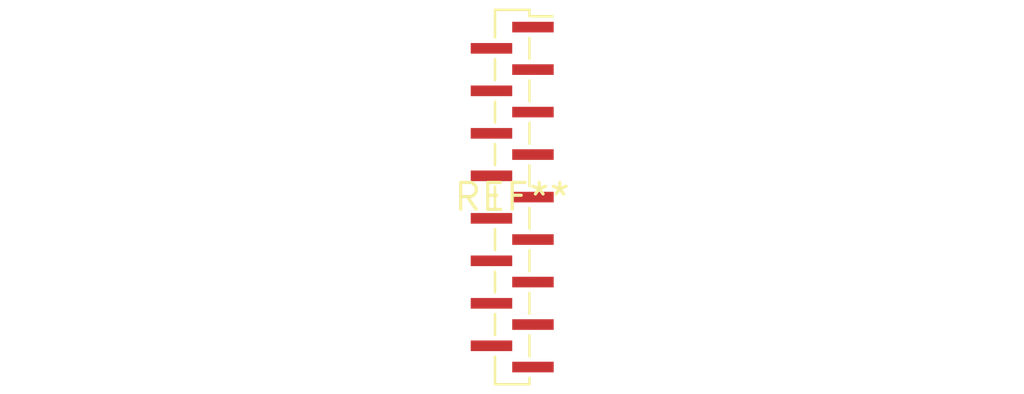
<source format=kicad_pcb>
(kicad_pcb (version 20240108) (generator pcbnew)
  (layers (0 "F.Cu" signal) (31 "B.Cu" signal) (34 "B.Paste" user) (35 "F.Paste" user) (36 "B.SilkS" user "B.Silkscreen") (37 "F.SilkS" user "F.Silkscreen") (38 "B.Mask" user) (39 "F.Mask" user) (44 "Edge.Cuts" user))
  (net 0 "")
  (footprint "PinSocket_1x17_P1.00mm_Vertical_SMD_Pin1Right" (layer "F.Cu") (at 0 0)
    (property "Reference" "REF**")
    (property "Value" "PinSocket_1x17_P1.00mm_Vertical_SMD_Pin1Right")
    (fp_line (start -0.81 -8.81) (end -0.81 -7.51) (layer "F.SilkS") (stroke (width 0.12)))
    (fp_line (start -0.81 -8.81) (end 0.81 -8.81) (layer "F.SilkS") (stroke (width 0.12)))
    (fp_line (start -0.81 -6.49) (end -0.81 -5.51) (layer "F.SilkS") (stroke (width 0.12)))
    (fp_line (start -0.81 -4.49) (end -0.81 -3.51) (layer "F.SilkS") (stroke (width 0.12)))
    (fp_line (start -0.81 -2.49) (end -0.81 -1.51) (layer "F.SilkS") (stroke (width 0.12)))
    (fp_line (start -0.81 -0.49) (end -0.81 0.49) (layer "F.SilkS") (stroke (width 0.12)))
    (fp_line (start -0.81 1.51) (end -0.81 2.49) (layer "F.SilkS") (stroke (width 0.12)))
    (fp_line (start -0.81 3.51) (end -0.81 4.49) (layer "F.SilkS") (stroke (width 0.12)))
    (fp_line (start -0.81 5.51) (end -0.81 6.49) (layer "F.SilkS") (stroke (width 0.12)))
    (fp_line (start -0.81 7.51) (end -0.81 8.81) (layer "F.SilkS") (stroke (width 0.12)))
    (fp_line (start -0.81 8.81) (end 0.81 8.81) (layer "F.SilkS") (stroke (width 0.12)))
    (fp_line (start 0.81 -8.81) (end 0.81 -8.51) (layer "F.SilkS") (stroke (width 0.12)))
    (fp_line (start 0.81 -8.51) (end 1.89 -8.51) (layer "F.SilkS") (stroke (width 0.12)))
    (fp_line (start 0.81 -7.49) (end 0.81 -6.51) (layer "F.SilkS") (stroke (width 0.12)))
    (fp_line (start 0.81 -5.49) (end 0.81 -4.51) (layer "F.SilkS") (stroke (width 0.12)))
    (fp_line (start 0.81 -3.49) (end 0.81 -2.51) (layer "F.SilkS") (stroke (width 0.12)))
    (fp_line (start 0.81 -1.49) (end 0.81 -0.51) (layer "F.SilkS") (stroke (width 0.12)))
    (fp_line (start 0.81 0.51) (end 0.81 1.49) (layer "F.SilkS") (stroke (width 0.12)))
    (fp_line (start 0.81 2.51) (end 0.81 3.49) (layer "F.SilkS") (stroke (width 0.12)))
    (fp_line (start 0.81 4.51) (end 0.81 5.49) (layer "F.SilkS") (stroke (width 0.12)))
    (fp_line (start 0.81 6.51) (end 0.81 7.49) (layer "F.SilkS") (stroke (width 0.12)))
    (fp_line (start 0.81 8.51) (end 0.81 8.81) (layer "F.SilkS") (stroke (width 0.12)))
    (pad "1" smd rect (at 0.975 -8) (size 1.95 0.5) (layers "F.Cu" "F.Paste" "F.Mask"))
    (pad "2" smd rect (at -0.975 -7) (size 1.95 0.5) (layers "F.Cu" "F.Paste" "F.Mask"))
    (pad "3" smd rect (at 0.975 -6) (size 1.95 0.5) (layers "F.Cu" "F.Paste" "F.Mask"))
    (pad "4" smd rect (at -0.975 -5) (size 1.95 0.5) (layers "F.Cu" "F.Paste" "F.Mask"))
    (pad "5" smd rect (at 0.975 -4) (size 1.95 0.5) (layers "F.Cu" "F.Paste" "F.Mask"))
    (pad "6" smd rect (at -0.975 -3) (size 1.95 0.5) (layers "F.Cu" "F.Paste" "F.Mask"))
    (pad "7" smd rect (at 0.975 -2) (size 1.95 0.5) (layers "F.Cu" "F.Paste" "F.Mask"))
    (pad "8" smd rect (at -0.975 -1) (size 1.95 0.5) (layers "F.Cu" "F.Paste" "F.Mask"))
    (pad "9" smd rect (at 0.975 0) (size 1.95 0.5) (layers "F.Cu" "F.Paste" "F.Mask"))
    (pad "10" smd rect (at -0.975 1) (size 1.95 0.5) (layers "F.Cu" "F.Paste" "F.Mask"))
    (pad "11" smd rect (at 0.975 2) (size 1.95 0.5) (layers "F.Cu" "F.Paste" "F.Mask"))
    (pad "12" smd rect (at -0.975 3) (size 1.95 0.5) (layers "F.Cu" "F.Paste" "F.Mask"))
    (pad "13" smd rect (at 0.975 4) (size 1.95 0.5) (layers "F.Cu" "F.Paste" "F.Mask"))
    (pad "14" smd rect (at -0.975 5) (size 1.95 0.5) (layers "F.Cu" "F.Paste" "F.Mask"))
    (pad "15" smd rect (at 0.975 6) (size 1.95 0.5) (layers "F.Cu" "F.Paste" "F.Mask"))
    (pad "16" smd rect (at -0.975 7) (size 1.95 0.5) (layers "F.Cu" "F.Paste" "F.Mask"))
    (pad "17" smd rect (at 0.975 8) (size 1.95 0.5) (layers "F.Cu" "F.Paste" "F.Mask"))
  )
)
</source>
